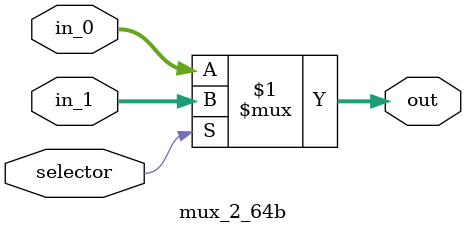
<source format=v>
module mux_2_64b(
    input wire selector,
    input wire [63:0] in_0,
    input wire [63:0] in_1,
    output wire [63:0] out
);

    assign out = (selector ? in_1 : in_0);

endmodule

</source>
